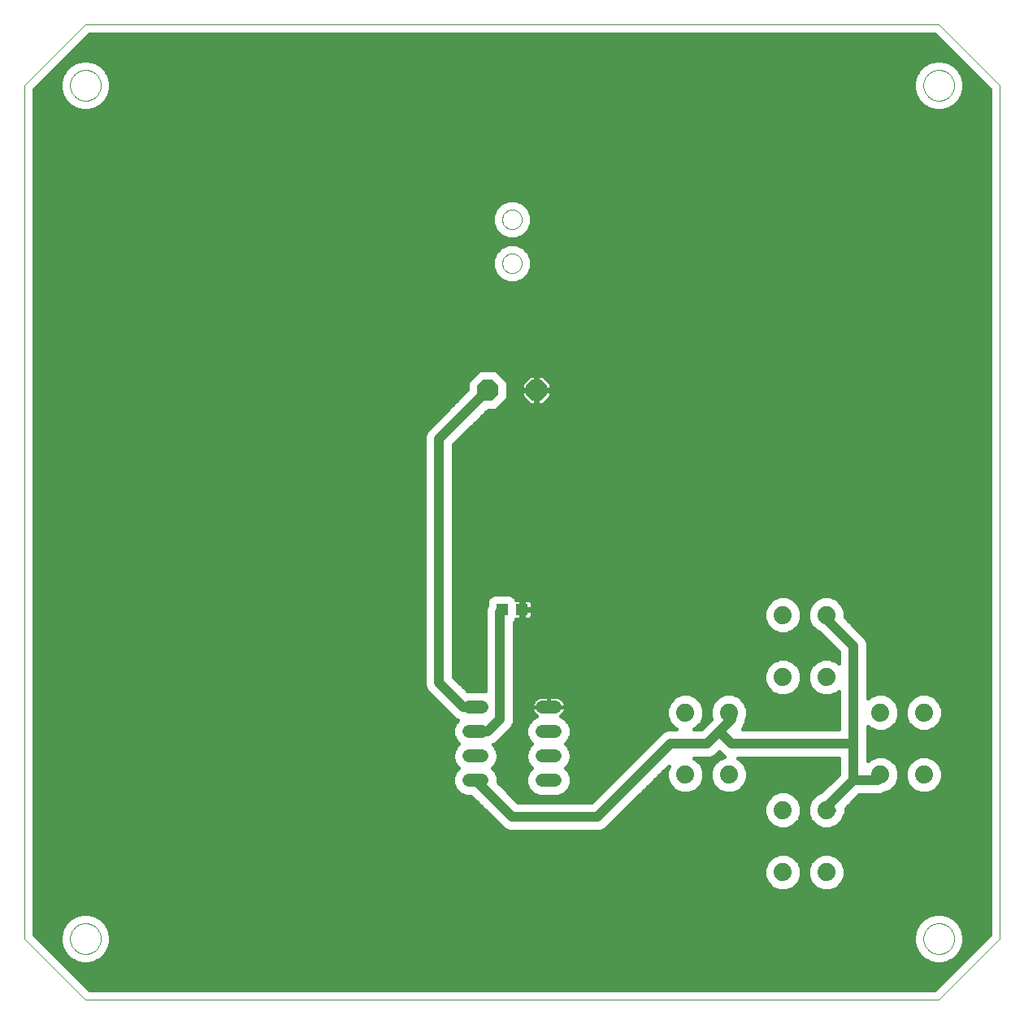
<source format=gtl>
G75*
%MOIN*%
%OFA0B0*%
%FSLAX24Y24*%
%IPPOS*%
%LPD*%
%AMOC8*
5,1,8,0,0,1.08239X$1,22.5*
%
%ADD10C,0.0000*%
%ADD11C,0.0740*%
%ADD12C,0.0520*%
%ADD13R,0.0472X0.0472*%
%ADD14OC8,0.0850*%
%ADD15C,0.0160*%
%ADD16C,0.0240*%
%ADD17C,0.0400*%
D10*
X002680Y003220D02*
X005180Y000720D01*
X040180Y000720D01*
X042680Y003220D01*
X042680Y038220D01*
X040180Y040716D01*
X005180Y040716D01*
X002680Y038220D01*
X002680Y003220D01*
X004550Y003220D02*
X004552Y003270D01*
X004558Y003320D01*
X004568Y003369D01*
X004582Y003417D01*
X004599Y003464D01*
X004620Y003509D01*
X004645Y003553D01*
X004673Y003594D01*
X004705Y003633D01*
X004739Y003670D01*
X004776Y003704D01*
X004816Y003734D01*
X004858Y003761D01*
X004902Y003785D01*
X004948Y003806D01*
X004995Y003822D01*
X005043Y003835D01*
X005093Y003844D01*
X005142Y003849D01*
X005193Y003850D01*
X005243Y003847D01*
X005292Y003840D01*
X005341Y003829D01*
X005389Y003814D01*
X005435Y003796D01*
X005480Y003774D01*
X005523Y003748D01*
X005564Y003719D01*
X005603Y003687D01*
X005639Y003652D01*
X005671Y003614D01*
X005701Y003574D01*
X005728Y003531D01*
X005751Y003487D01*
X005770Y003441D01*
X005786Y003393D01*
X005798Y003344D01*
X005806Y003295D01*
X005810Y003245D01*
X005810Y003195D01*
X005806Y003145D01*
X005798Y003096D01*
X005786Y003047D01*
X005770Y002999D01*
X005751Y002953D01*
X005728Y002909D01*
X005701Y002866D01*
X005671Y002826D01*
X005639Y002788D01*
X005603Y002753D01*
X005564Y002721D01*
X005523Y002692D01*
X005480Y002666D01*
X005435Y002644D01*
X005389Y002626D01*
X005341Y002611D01*
X005292Y002600D01*
X005243Y002593D01*
X005193Y002590D01*
X005142Y002591D01*
X005093Y002596D01*
X005043Y002605D01*
X004995Y002618D01*
X004948Y002634D01*
X004902Y002655D01*
X004858Y002679D01*
X004816Y002706D01*
X004776Y002736D01*
X004739Y002770D01*
X004705Y002807D01*
X004673Y002846D01*
X004645Y002887D01*
X004620Y002931D01*
X004599Y002976D01*
X004582Y003023D01*
X004568Y003071D01*
X004558Y003120D01*
X004552Y003170D01*
X004550Y003220D01*
X022280Y030920D02*
X022282Y030960D01*
X022288Y030999D01*
X022298Y031038D01*
X022311Y031075D01*
X022329Y031111D01*
X022350Y031145D01*
X022374Y031177D01*
X022401Y031206D01*
X022431Y031233D01*
X022463Y031256D01*
X022498Y031276D01*
X022534Y031292D01*
X022572Y031305D01*
X022611Y031314D01*
X022650Y031319D01*
X022690Y031320D01*
X022730Y031317D01*
X022769Y031310D01*
X022807Y031299D01*
X022845Y031285D01*
X022880Y031266D01*
X022913Y031245D01*
X022945Y031220D01*
X022973Y031192D01*
X022999Y031162D01*
X023021Y031129D01*
X023040Y031094D01*
X023056Y031057D01*
X023068Y031019D01*
X023076Y030980D01*
X023080Y030940D01*
X023080Y030900D01*
X023076Y030860D01*
X023068Y030821D01*
X023056Y030783D01*
X023040Y030746D01*
X023021Y030711D01*
X022999Y030678D01*
X022973Y030648D01*
X022945Y030620D01*
X022913Y030595D01*
X022880Y030574D01*
X022845Y030555D01*
X022807Y030541D01*
X022769Y030530D01*
X022730Y030523D01*
X022690Y030520D01*
X022650Y030521D01*
X022611Y030526D01*
X022572Y030535D01*
X022534Y030548D01*
X022498Y030564D01*
X022463Y030584D01*
X022431Y030607D01*
X022401Y030634D01*
X022374Y030663D01*
X022350Y030695D01*
X022329Y030729D01*
X022311Y030765D01*
X022298Y030802D01*
X022288Y030841D01*
X022282Y030880D01*
X022280Y030920D01*
X022280Y032720D02*
X022282Y032760D01*
X022288Y032799D01*
X022298Y032838D01*
X022311Y032875D01*
X022329Y032911D01*
X022350Y032945D01*
X022374Y032977D01*
X022401Y033006D01*
X022431Y033033D01*
X022463Y033056D01*
X022498Y033076D01*
X022534Y033092D01*
X022572Y033105D01*
X022611Y033114D01*
X022650Y033119D01*
X022690Y033120D01*
X022730Y033117D01*
X022769Y033110D01*
X022807Y033099D01*
X022845Y033085D01*
X022880Y033066D01*
X022913Y033045D01*
X022945Y033020D01*
X022973Y032992D01*
X022999Y032962D01*
X023021Y032929D01*
X023040Y032894D01*
X023056Y032857D01*
X023068Y032819D01*
X023076Y032780D01*
X023080Y032740D01*
X023080Y032700D01*
X023076Y032660D01*
X023068Y032621D01*
X023056Y032583D01*
X023040Y032546D01*
X023021Y032511D01*
X022999Y032478D01*
X022973Y032448D01*
X022945Y032420D01*
X022913Y032395D01*
X022880Y032374D01*
X022845Y032355D01*
X022807Y032341D01*
X022769Y032330D01*
X022730Y032323D01*
X022690Y032320D01*
X022650Y032321D01*
X022611Y032326D01*
X022572Y032335D01*
X022534Y032348D01*
X022498Y032364D01*
X022463Y032384D01*
X022431Y032407D01*
X022401Y032434D01*
X022374Y032463D01*
X022350Y032495D01*
X022329Y032529D01*
X022311Y032565D01*
X022298Y032602D01*
X022288Y032641D01*
X022282Y032680D01*
X022280Y032720D01*
X004550Y038220D02*
X004552Y038270D01*
X004558Y038320D01*
X004568Y038369D01*
X004582Y038417D01*
X004599Y038464D01*
X004620Y038509D01*
X004645Y038553D01*
X004673Y038594D01*
X004705Y038633D01*
X004739Y038670D01*
X004776Y038704D01*
X004816Y038734D01*
X004858Y038761D01*
X004902Y038785D01*
X004948Y038806D01*
X004995Y038822D01*
X005043Y038835D01*
X005093Y038844D01*
X005142Y038849D01*
X005193Y038850D01*
X005243Y038847D01*
X005292Y038840D01*
X005341Y038829D01*
X005389Y038814D01*
X005435Y038796D01*
X005480Y038774D01*
X005523Y038748D01*
X005564Y038719D01*
X005603Y038687D01*
X005639Y038652D01*
X005671Y038614D01*
X005701Y038574D01*
X005728Y038531D01*
X005751Y038487D01*
X005770Y038441D01*
X005786Y038393D01*
X005798Y038344D01*
X005806Y038295D01*
X005810Y038245D01*
X005810Y038195D01*
X005806Y038145D01*
X005798Y038096D01*
X005786Y038047D01*
X005770Y037999D01*
X005751Y037953D01*
X005728Y037909D01*
X005701Y037866D01*
X005671Y037826D01*
X005639Y037788D01*
X005603Y037753D01*
X005564Y037721D01*
X005523Y037692D01*
X005480Y037666D01*
X005435Y037644D01*
X005389Y037626D01*
X005341Y037611D01*
X005292Y037600D01*
X005243Y037593D01*
X005193Y037590D01*
X005142Y037591D01*
X005093Y037596D01*
X005043Y037605D01*
X004995Y037618D01*
X004948Y037634D01*
X004902Y037655D01*
X004858Y037679D01*
X004816Y037706D01*
X004776Y037736D01*
X004739Y037770D01*
X004705Y037807D01*
X004673Y037846D01*
X004645Y037887D01*
X004620Y037931D01*
X004599Y037976D01*
X004582Y038023D01*
X004568Y038071D01*
X004558Y038120D01*
X004552Y038170D01*
X004550Y038220D01*
X039550Y038220D02*
X039552Y038270D01*
X039558Y038320D01*
X039568Y038369D01*
X039582Y038417D01*
X039599Y038464D01*
X039620Y038509D01*
X039645Y038553D01*
X039673Y038594D01*
X039705Y038633D01*
X039739Y038670D01*
X039776Y038704D01*
X039816Y038734D01*
X039858Y038761D01*
X039902Y038785D01*
X039948Y038806D01*
X039995Y038822D01*
X040043Y038835D01*
X040093Y038844D01*
X040142Y038849D01*
X040193Y038850D01*
X040243Y038847D01*
X040292Y038840D01*
X040341Y038829D01*
X040389Y038814D01*
X040435Y038796D01*
X040480Y038774D01*
X040523Y038748D01*
X040564Y038719D01*
X040603Y038687D01*
X040639Y038652D01*
X040671Y038614D01*
X040701Y038574D01*
X040728Y038531D01*
X040751Y038487D01*
X040770Y038441D01*
X040786Y038393D01*
X040798Y038344D01*
X040806Y038295D01*
X040810Y038245D01*
X040810Y038195D01*
X040806Y038145D01*
X040798Y038096D01*
X040786Y038047D01*
X040770Y037999D01*
X040751Y037953D01*
X040728Y037909D01*
X040701Y037866D01*
X040671Y037826D01*
X040639Y037788D01*
X040603Y037753D01*
X040564Y037721D01*
X040523Y037692D01*
X040480Y037666D01*
X040435Y037644D01*
X040389Y037626D01*
X040341Y037611D01*
X040292Y037600D01*
X040243Y037593D01*
X040193Y037590D01*
X040142Y037591D01*
X040093Y037596D01*
X040043Y037605D01*
X039995Y037618D01*
X039948Y037634D01*
X039902Y037655D01*
X039858Y037679D01*
X039816Y037706D01*
X039776Y037736D01*
X039739Y037770D01*
X039705Y037807D01*
X039673Y037846D01*
X039645Y037887D01*
X039620Y037931D01*
X039599Y037976D01*
X039582Y038023D01*
X039568Y038071D01*
X039558Y038120D01*
X039552Y038170D01*
X039550Y038220D01*
X039550Y003220D02*
X039552Y003270D01*
X039558Y003320D01*
X039568Y003369D01*
X039582Y003417D01*
X039599Y003464D01*
X039620Y003509D01*
X039645Y003553D01*
X039673Y003594D01*
X039705Y003633D01*
X039739Y003670D01*
X039776Y003704D01*
X039816Y003734D01*
X039858Y003761D01*
X039902Y003785D01*
X039948Y003806D01*
X039995Y003822D01*
X040043Y003835D01*
X040093Y003844D01*
X040142Y003849D01*
X040193Y003850D01*
X040243Y003847D01*
X040292Y003840D01*
X040341Y003829D01*
X040389Y003814D01*
X040435Y003796D01*
X040480Y003774D01*
X040523Y003748D01*
X040564Y003719D01*
X040603Y003687D01*
X040639Y003652D01*
X040671Y003614D01*
X040701Y003574D01*
X040728Y003531D01*
X040751Y003487D01*
X040770Y003441D01*
X040786Y003393D01*
X040798Y003344D01*
X040806Y003295D01*
X040810Y003245D01*
X040810Y003195D01*
X040806Y003145D01*
X040798Y003096D01*
X040786Y003047D01*
X040770Y002999D01*
X040751Y002953D01*
X040728Y002909D01*
X040701Y002866D01*
X040671Y002826D01*
X040639Y002788D01*
X040603Y002753D01*
X040564Y002721D01*
X040523Y002692D01*
X040480Y002666D01*
X040435Y002644D01*
X040389Y002626D01*
X040341Y002611D01*
X040292Y002600D01*
X040243Y002593D01*
X040193Y002590D01*
X040142Y002591D01*
X040093Y002596D01*
X040043Y002605D01*
X039995Y002618D01*
X039948Y002634D01*
X039902Y002655D01*
X039858Y002679D01*
X039816Y002706D01*
X039776Y002736D01*
X039739Y002770D01*
X039705Y002807D01*
X039673Y002846D01*
X039645Y002887D01*
X039620Y002931D01*
X039599Y002976D01*
X039582Y003023D01*
X039568Y003071D01*
X039558Y003120D01*
X039552Y003170D01*
X039550Y003220D01*
D11*
X035570Y005940D03*
X033790Y005940D03*
X033790Y008500D03*
X035570Y008500D03*
X037790Y009940D03*
X039570Y009940D03*
X039570Y012500D03*
X037790Y012500D03*
X035570Y013940D03*
X033790Y013940D03*
X031570Y012500D03*
X029790Y012500D03*
X029790Y009940D03*
X031570Y009940D03*
X033790Y016500D03*
X035570Y016500D03*
D12*
X024440Y012720D02*
X023920Y012720D01*
X023920Y011720D02*
X024440Y011720D01*
X024440Y010720D02*
X023920Y010720D01*
X023920Y009720D02*
X024440Y009720D01*
X021440Y009720D02*
X020920Y009720D01*
X020920Y010720D02*
X021440Y010720D01*
X021440Y011720D02*
X020920Y011720D01*
X020920Y012720D02*
X021440Y012720D01*
D13*
X022267Y016720D03*
X023093Y016720D03*
D14*
X023680Y025720D03*
X021680Y025720D03*
D15*
X022328Y026239D02*
X023343Y026239D01*
X023429Y026325D02*
X023075Y025971D01*
X023075Y025740D01*
X023660Y025740D01*
X023660Y026325D01*
X023429Y026325D01*
X023660Y026239D02*
X023700Y026239D01*
X023700Y026325D02*
X023931Y026325D01*
X024285Y025971D01*
X024285Y025740D01*
X023700Y025740D01*
X023700Y025700D01*
X024285Y025700D01*
X024285Y025469D01*
X023931Y025115D01*
X023700Y025115D01*
X023700Y025700D01*
X023660Y025700D01*
X023660Y025115D01*
X023429Y025115D01*
X023075Y025469D01*
X023075Y025700D01*
X023660Y025700D01*
X023660Y025740D01*
X023700Y025740D01*
X023700Y026325D01*
X023700Y026080D02*
X023660Y026080D01*
X023660Y025922D02*
X023700Y025922D01*
X023700Y025763D02*
X023660Y025763D01*
X023660Y025605D02*
X023700Y025605D01*
X023700Y025446D02*
X023660Y025446D01*
X023660Y025288D02*
X023700Y025288D01*
X023700Y025129D02*
X023660Y025129D01*
X023415Y025129D02*
X022256Y025129D01*
X022414Y025288D02*
X023257Y025288D01*
X023098Y025446D02*
X022505Y025446D01*
X022505Y025378D02*
X022505Y026062D01*
X022022Y026545D01*
X021338Y026545D01*
X020855Y026062D01*
X020855Y025744D01*
X019171Y024060D01*
X019080Y023839D01*
X019080Y013601D01*
X019171Y013380D01*
X019340Y013211D01*
X020171Y012380D01*
X020340Y012211D01*
X020438Y012171D01*
X020360Y012094D01*
X020260Y011851D01*
X020260Y011589D01*
X020360Y011346D01*
X020487Y011220D01*
X020360Y011094D01*
X020260Y010851D01*
X020260Y010589D01*
X020360Y010346D01*
X020487Y010220D01*
X020360Y010094D01*
X020260Y009851D01*
X020260Y009589D01*
X020360Y009346D01*
X020546Y009160D01*
X020789Y009060D01*
X020991Y009060D01*
X022171Y007880D01*
X022340Y007711D01*
X022561Y007620D01*
X026299Y007620D01*
X026520Y007711D01*
X029104Y010295D01*
X029020Y010093D01*
X029020Y009787D01*
X029137Y009504D01*
X029354Y009287D01*
X029637Y009170D01*
X029943Y009170D01*
X030226Y009287D01*
X030443Y009504D01*
X030560Y009787D01*
X030560Y010093D01*
X030443Y010376D01*
X030226Y010593D01*
X030160Y010620D01*
X030799Y010620D01*
X031020Y010711D01*
X031180Y010871D01*
X031340Y010711D01*
X031380Y010695D01*
X031134Y010593D01*
X030917Y010376D01*
X030800Y010093D01*
X030800Y009787D01*
X030917Y009504D01*
X031134Y009287D01*
X031417Y009170D01*
X031723Y009170D01*
X032006Y009287D01*
X032223Y009504D01*
X032340Y009787D01*
X032340Y010093D01*
X032223Y010376D01*
X032006Y010593D01*
X031940Y010620D01*
X036080Y010620D01*
X036080Y009969D01*
X035356Y009245D01*
X035134Y009153D01*
X034917Y008936D01*
X034800Y008653D01*
X034800Y008347D01*
X034917Y008064D01*
X035134Y007847D01*
X035417Y007730D01*
X035723Y007730D01*
X036006Y007847D01*
X036223Y008064D01*
X036275Y008189D01*
X036291Y008205D01*
X036370Y008397D01*
X036370Y008561D01*
X036929Y009120D01*
X037659Y009120D01*
X037757Y009113D01*
X037777Y009120D01*
X037799Y009120D01*
X037890Y009158D01*
X037927Y009170D01*
X037943Y009170D01*
X038226Y009287D01*
X038443Y009504D01*
X038560Y009787D01*
X038560Y010093D01*
X038443Y010376D01*
X038226Y010593D01*
X037943Y010710D01*
X037637Y010710D01*
X037354Y010593D01*
X037280Y010519D01*
X037280Y011921D01*
X037354Y011847D01*
X037637Y011730D01*
X037943Y011730D01*
X038226Y011847D01*
X038443Y012064D01*
X038560Y012347D01*
X038560Y012653D01*
X038443Y012936D01*
X038226Y013153D01*
X037943Y013270D01*
X037637Y013270D01*
X037354Y013153D01*
X037280Y013079D01*
X037280Y015339D01*
X037189Y015560D01*
X037020Y015729D01*
X036340Y016409D01*
X036340Y016653D01*
X036223Y016936D01*
X036006Y017153D01*
X035723Y017270D01*
X035417Y017270D01*
X035134Y017153D01*
X034917Y016936D01*
X034800Y016653D01*
X034800Y016347D01*
X034917Y016064D01*
X035134Y015847D01*
X035254Y015797D01*
X035331Y015718D01*
X035336Y015715D01*
X036080Y014971D01*
X036080Y014519D01*
X036006Y014593D01*
X035723Y014710D01*
X035417Y014710D01*
X035134Y014593D01*
X034917Y014376D01*
X034800Y014093D01*
X034800Y013787D01*
X034917Y013504D01*
X035134Y013287D01*
X035417Y013170D01*
X035723Y013170D01*
X036006Y013287D01*
X036080Y013361D01*
X036080Y011820D01*
X032130Y011820D01*
X032182Y011871D01*
X032185Y011876D01*
X032189Y011880D01*
X032232Y011985D01*
X032278Y012090D01*
X032278Y012095D01*
X032280Y012101D01*
X032280Y012202D01*
X032340Y012347D01*
X032340Y012653D01*
X032223Y012936D01*
X032006Y013153D01*
X031723Y013270D01*
X031417Y013270D01*
X031134Y013153D01*
X030917Y012936D01*
X030800Y012653D01*
X030800Y012347D01*
X030846Y012235D01*
X030840Y012229D01*
X030671Y012060D01*
X030671Y012060D01*
X030431Y011820D01*
X030160Y011820D01*
X030226Y011847D01*
X030443Y012064D01*
X030560Y012347D01*
X030560Y012653D01*
X030443Y012936D01*
X030226Y013153D01*
X029943Y013270D01*
X029637Y013270D01*
X029354Y013153D01*
X029137Y012936D01*
X029020Y012653D01*
X029020Y012347D01*
X029137Y012064D01*
X029354Y011847D01*
X029420Y011820D01*
X029061Y011820D01*
X028840Y011729D01*
X028671Y011560D01*
X025931Y008820D01*
X022929Y008820D01*
X022100Y009649D01*
X022100Y009851D01*
X022000Y010094D01*
X021873Y010220D01*
X022000Y010346D01*
X022100Y010589D01*
X022100Y010851D01*
X022000Y011094D01*
X021922Y011171D01*
X022020Y011211D01*
X022520Y011711D01*
X022689Y011880D01*
X022780Y012101D01*
X022780Y016195D01*
X022842Y016257D01*
X022861Y016304D01*
X023055Y016304D01*
X023055Y016682D01*
X023131Y016682D01*
X023131Y016304D01*
X023353Y016304D01*
X023399Y016316D01*
X023440Y016340D01*
X023474Y016373D01*
X023497Y016414D01*
X023510Y016460D01*
X023510Y016682D01*
X023132Y016682D01*
X023132Y016758D01*
X023510Y016758D01*
X023510Y016980D01*
X023497Y017026D01*
X023474Y017067D01*
X023440Y017100D01*
X023399Y017124D01*
X023353Y017136D01*
X023131Y017136D01*
X023131Y016758D01*
X023055Y016758D01*
X023055Y017136D01*
X022861Y017136D01*
X022842Y017183D01*
X022729Y017295D01*
X022582Y017356D01*
X021951Y017356D01*
X021804Y017295D01*
X021691Y017183D01*
X021630Y017036D01*
X021630Y016874D01*
X021580Y016753D01*
X021580Y013376D01*
X021571Y013380D01*
X020869Y013380D01*
X020280Y013969D01*
X020280Y023471D01*
X021704Y024895D01*
X022022Y024895D01*
X022505Y025378D01*
X022505Y025605D02*
X023075Y025605D01*
X023075Y025763D02*
X022505Y025763D01*
X022505Y025922D02*
X023075Y025922D01*
X023184Y026080D02*
X022487Y026080D01*
X022170Y026397D02*
X042280Y026397D01*
X042280Y026239D02*
X024017Y026239D01*
X024176Y026080D02*
X042280Y026080D01*
X042280Y025922D02*
X024285Y025922D01*
X024285Y025763D02*
X042280Y025763D01*
X042280Y025605D02*
X024285Y025605D01*
X024262Y025446D02*
X042280Y025446D01*
X042280Y025288D02*
X024103Y025288D01*
X023945Y025129D02*
X042280Y025129D01*
X042280Y024971D02*
X022097Y024971D01*
X021621Y024812D02*
X042280Y024812D01*
X042280Y024654D02*
X021462Y024654D01*
X021304Y024495D02*
X042280Y024495D01*
X042280Y024337D02*
X021145Y024337D01*
X020987Y024178D02*
X042280Y024178D01*
X042280Y024020D02*
X020828Y024020D01*
X020670Y023861D02*
X042280Y023861D01*
X042280Y023703D02*
X020511Y023703D01*
X020353Y023544D02*
X042280Y023544D01*
X042280Y023386D02*
X020280Y023386D01*
X020280Y023227D02*
X042280Y023227D01*
X042280Y023069D02*
X020280Y023069D01*
X020280Y022910D02*
X042280Y022910D01*
X042280Y022752D02*
X020280Y022752D01*
X020280Y022593D02*
X042280Y022593D01*
X042280Y022435D02*
X020280Y022435D01*
X020280Y022276D02*
X042280Y022276D01*
X042280Y022118D02*
X020280Y022118D01*
X020280Y021959D02*
X042280Y021959D01*
X042280Y021801D02*
X020280Y021801D01*
X020280Y021642D02*
X042280Y021642D01*
X042280Y021484D02*
X020280Y021484D01*
X020280Y021325D02*
X042280Y021325D01*
X042280Y021167D02*
X020280Y021167D01*
X020280Y021008D02*
X042280Y021008D01*
X042280Y020850D02*
X020280Y020850D01*
X020280Y020691D02*
X042280Y020691D01*
X042280Y020533D02*
X020280Y020533D01*
X020280Y020374D02*
X042280Y020374D01*
X042280Y020216D02*
X020280Y020216D01*
X020280Y020057D02*
X042280Y020057D01*
X042280Y019899D02*
X020280Y019899D01*
X020280Y019740D02*
X042280Y019740D01*
X042280Y019582D02*
X020280Y019582D01*
X020280Y019423D02*
X042280Y019423D01*
X042280Y019265D02*
X020280Y019265D01*
X020280Y019106D02*
X042280Y019106D01*
X042280Y018948D02*
X020280Y018948D01*
X020280Y018789D02*
X042280Y018789D01*
X042280Y018631D02*
X020280Y018631D01*
X020280Y018472D02*
X042280Y018472D01*
X042280Y018314D02*
X020280Y018314D01*
X020280Y018155D02*
X042280Y018155D01*
X042280Y017997D02*
X020280Y017997D01*
X020280Y017838D02*
X042280Y017838D01*
X042280Y017680D02*
X020280Y017680D01*
X020280Y017521D02*
X042280Y017521D01*
X042280Y017363D02*
X020280Y017363D01*
X020280Y017204D02*
X021713Y017204D01*
X021634Y017046D02*
X020280Y017046D01*
X020280Y016887D02*
X021630Y016887D01*
X021580Y016729D02*
X020280Y016729D01*
X020280Y016570D02*
X021580Y016570D01*
X021580Y016412D02*
X020280Y016412D01*
X020280Y016253D02*
X021580Y016253D01*
X021580Y016095D02*
X020280Y016095D01*
X020280Y015936D02*
X021580Y015936D01*
X021580Y015778D02*
X020280Y015778D01*
X020280Y015619D02*
X021580Y015619D01*
X021580Y015461D02*
X020280Y015461D01*
X020280Y015302D02*
X021580Y015302D01*
X021580Y015144D02*
X020280Y015144D01*
X020280Y014985D02*
X021580Y014985D01*
X021580Y014827D02*
X020280Y014827D01*
X020280Y014668D02*
X021580Y014668D01*
X021580Y014510D02*
X020280Y014510D01*
X020280Y014351D02*
X021580Y014351D01*
X021580Y014193D02*
X020280Y014193D01*
X020280Y014034D02*
X021580Y014034D01*
X021580Y013876D02*
X020373Y013876D01*
X020532Y013717D02*
X021580Y013717D01*
X021580Y013559D02*
X020690Y013559D01*
X020849Y013400D02*
X021580Y013400D01*
X022780Y013400D02*
X033241Y013400D01*
X033137Y013504D02*
X033354Y013287D01*
X033637Y013170D01*
X033943Y013170D01*
X034226Y013287D01*
X034443Y013504D01*
X034560Y013787D01*
X034560Y014093D01*
X034443Y014376D01*
X034226Y014593D01*
X033943Y014710D01*
X033637Y014710D01*
X033354Y014593D01*
X033137Y014376D01*
X033020Y014093D01*
X033020Y013787D01*
X033137Y013504D01*
X033115Y013559D02*
X022780Y013559D01*
X022780Y013717D02*
X033049Y013717D01*
X033020Y013876D02*
X022780Y013876D01*
X022780Y014034D02*
X033020Y014034D01*
X033061Y014193D02*
X022780Y014193D01*
X022780Y014351D02*
X033127Y014351D01*
X033271Y014510D02*
X022780Y014510D01*
X022780Y014668D02*
X033535Y014668D01*
X034045Y014668D02*
X035315Y014668D01*
X035051Y014510D02*
X034309Y014510D01*
X034453Y014351D02*
X034907Y014351D01*
X034841Y014193D02*
X034519Y014193D01*
X034560Y014034D02*
X034800Y014034D01*
X034800Y013876D02*
X034560Y013876D01*
X034531Y013717D02*
X034829Y013717D01*
X034895Y013559D02*
X034465Y013559D01*
X034339Y013400D02*
X035021Y013400D01*
X035244Y013242D02*
X034116Y013242D01*
X033464Y013242D02*
X031792Y013242D01*
X032076Y013083D02*
X036080Y013083D01*
X036080Y012925D02*
X032228Y012925D01*
X032293Y012766D02*
X036080Y012766D01*
X036080Y012608D02*
X032340Y012608D01*
X032340Y012449D02*
X036080Y012449D01*
X036080Y012291D02*
X032317Y012291D01*
X032280Y012132D02*
X036080Y012132D01*
X036080Y011974D02*
X032227Y011974D01*
X030840Y012229D02*
X030840Y012229D01*
X030823Y012291D02*
X030537Y012291D01*
X030560Y012449D02*
X030800Y012449D01*
X030800Y012608D02*
X030560Y012608D01*
X030513Y012766D02*
X030847Y012766D01*
X030912Y012925D02*
X030448Y012925D01*
X030296Y013083D02*
X031064Y013083D01*
X031348Y013242D02*
X030012Y013242D01*
X029568Y013242D02*
X022780Y013242D01*
X022780Y013083D02*
X023671Y013083D01*
X023689Y013096D02*
X023633Y013056D01*
X023584Y013007D01*
X023544Y012951D01*
X023512Y012889D01*
X023491Y012823D01*
X023480Y012755D01*
X023480Y012720D01*
X024180Y012720D01*
X024180Y012720D01*
X024180Y013160D01*
X024475Y013160D01*
X024543Y013149D01*
X024609Y013128D01*
X024671Y013096D01*
X024727Y013056D01*
X024776Y013007D01*
X024816Y012951D01*
X024848Y012889D01*
X024869Y012823D01*
X024880Y012755D01*
X024880Y012720D01*
X024180Y012720D01*
X024180Y012720D01*
X024180Y013160D01*
X023885Y013160D01*
X023817Y013149D01*
X023751Y013128D01*
X023689Y013096D01*
X023530Y012925D02*
X022780Y012925D01*
X022780Y012766D02*
X023482Y012766D01*
X023480Y012720D02*
X023480Y012685D01*
X023491Y012617D01*
X023512Y012551D01*
X023544Y012489D01*
X023584Y012433D01*
X023633Y012384D01*
X023689Y012344D01*
X023695Y012341D01*
X023546Y012280D01*
X023360Y012094D01*
X023260Y011851D01*
X023260Y011589D01*
X023360Y011346D01*
X023487Y011220D01*
X023360Y011094D01*
X023260Y010851D01*
X023260Y010589D01*
X023360Y010346D01*
X023487Y010220D01*
X023360Y010094D01*
X023260Y009851D01*
X023260Y009589D01*
X023360Y009346D01*
X023546Y009160D01*
X023789Y009060D01*
X024571Y009060D01*
X024814Y009160D01*
X025000Y009346D01*
X025100Y009589D01*
X025100Y009851D01*
X025000Y010094D01*
X024873Y010220D01*
X025000Y010346D01*
X025100Y010589D01*
X025100Y010851D01*
X025000Y011094D01*
X024873Y011220D01*
X025000Y011346D01*
X025100Y011589D01*
X025100Y011851D01*
X025000Y012094D01*
X024814Y012280D01*
X024665Y012341D01*
X024671Y012344D01*
X024727Y012384D01*
X024776Y012433D01*
X024816Y012489D01*
X024848Y012551D01*
X024869Y012617D01*
X024880Y012685D01*
X024880Y012720D01*
X024180Y012720D01*
X024180Y012720D01*
X023480Y012720D01*
X023494Y012608D02*
X022780Y012608D01*
X022780Y012449D02*
X023573Y012449D01*
X023573Y012291D02*
X022780Y012291D01*
X022780Y012132D02*
X023399Y012132D01*
X023311Y011974D02*
X022727Y011974D01*
X022624Y011815D02*
X023260Y011815D01*
X023260Y011657D02*
X022465Y011657D01*
X022307Y011498D02*
X023298Y011498D01*
X023367Y011340D02*
X022148Y011340D01*
X021947Y011181D02*
X023448Y011181D01*
X023331Y011023D02*
X022029Y011023D01*
X022095Y010864D02*
X023265Y010864D01*
X023260Y010706D02*
X022100Y010706D01*
X022083Y010547D02*
X023277Y010547D01*
X023343Y010389D02*
X022017Y010389D01*
X021883Y010230D02*
X023477Y010230D01*
X023351Y010072D02*
X022009Y010072D01*
X022074Y009913D02*
X023286Y009913D01*
X023260Y009755D02*
X022100Y009755D01*
X022153Y009596D02*
X023260Y009596D01*
X023323Y009438D02*
X022311Y009438D01*
X022470Y009279D02*
X023428Y009279D01*
X023643Y009121D02*
X022628Y009121D01*
X022787Y008962D02*
X026073Y008962D01*
X026232Y009121D02*
X024717Y009121D01*
X024932Y009279D02*
X026390Y009279D01*
X026549Y009438D02*
X025037Y009438D01*
X025100Y009596D02*
X026707Y009596D01*
X026866Y009755D02*
X025100Y009755D01*
X025074Y009913D02*
X027024Y009913D01*
X027183Y010072D02*
X025009Y010072D01*
X024883Y010230D02*
X027341Y010230D01*
X027500Y010389D02*
X025017Y010389D01*
X025083Y010547D02*
X027658Y010547D01*
X027817Y010706D02*
X025100Y010706D01*
X025095Y010864D02*
X027975Y010864D01*
X028134Y011023D02*
X025029Y011023D01*
X024912Y011181D02*
X028292Y011181D01*
X028451Y011340D02*
X024993Y011340D01*
X025062Y011498D02*
X028609Y011498D01*
X028768Y011657D02*
X025100Y011657D01*
X025100Y011815D02*
X029049Y011815D01*
X029228Y011974D02*
X025049Y011974D01*
X024961Y012132D02*
X029109Y012132D01*
X029043Y012291D02*
X024787Y012291D01*
X024787Y012449D02*
X029020Y012449D01*
X029020Y012608D02*
X024866Y012608D01*
X024878Y012766D02*
X029067Y012766D01*
X029132Y012925D02*
X024830Y012925D01*
X024689Y013083D02*
X029284Y013083D01*
X030471Y012132D02*
X030743Y012132D01*
X030585Y011974D02*
X030352Y011974D01*
X031173Y010864D02*
X031187Y010864D01*
X031354Y010706D02*
X031006Y010706D01*
X031088Y010547D02*
X030272Y010547D01*
X030430Y010389D02*
X030930Y010389D01*
X030857Y010230D02*
X030503Y010230D01*
X030560Y010072D02*
X030800Y010072D01*
X030800Y009913D02*
X030560Y009913D01*
X030547Y009755D02*
X030813Y009755D01*
X030879Y009596D02*
X030481Y009596D01*
X030376Y009438D02*
X030984Y009438D01*
X031154Y009279D02*
X030206Y009279D01*
X029374Y009279D02*
X028088Y009279D01*
X028246Y009438D02*
X029204Y009438D01*
X029099Y009596D02*
X028405Y009596D01*
X028563Y009755D02*
X029033Y009755D01*
X029020Y009913D02*
X028722Y009913D01*
X028880Y010072D02*
X029020Y010072D01*
X029039Y010230D02*
X029077Y010230D01*
X027929Y009121D02*
X033322Y009121D01*
X033354Y009153D02*
X033137Y008936D01*
X033020Y008653D01*
X033020Y008347D01*
X033137Y008064D01*
X033354Y007847D01*
X033637Y007730D01*
X033943Y007730D01*
X034226Y007847D01*
X034443Y008064D01*
X034560Y008347D01*
X034560Y008653D01*
X034443Y008936D01*
X034226Y009153D01*
X033943Y009270D01*
X033637Y009270D01*
X033354Y009153D01*
X033163Y008962D02*
X027771Y008962D01*
X027612Y008804D02*
X033082Y008804D01*
X033020Y008645D02*
X027454Y008645D01*
X027295Y008487D02*
X033020Y008487D01*
X033028Y008328D02*
X027137Y008328D01*
X026978Y008170D02*
X033093Y008170D01*
X033190Y008011D02*
X026820Y008011D01*
X026661Y007853D02*
X033349Y007853D01*
X034231Y007853D02*
X035129Y007853D01*
X034970Y008011D02*
X034390Y008011D01*
X034487Y008170D02*
X034873Y008170D01*
X034808Y008328D02*
X034552Y008328D01*
X034560Y008487D02*
X034800Y008487D01*
X034800Y008645D02*
X034560Y008645D01*
X034498Y008804D02*
X034862Y008804D01*
X034943Y008962D02*
X034417Y008962D01*
X034258Y009121D02*
X035102Y009121D01*
X035390Y009279D02*
X031986Y009279D01*
X032156Y009438D02*
X035549Y009438D01*
X035707Y009596D02*
X032261Y009596D01*
X032327Y009755D02*
X035866Y009755D01*
X036024Y009913D02*
X032340Y009913D01*
X032340Y010072D02*
X036080Y010072D01*
X036080Y010230D02*
X032283Y010230D01*
X032210Y010389D02*
X036080Y010389D01*
X036080Y010547D02*
X032052Y010547D01*
X033637Y006710D02*
X033354Y006593D01*
X033137Y006376D01*
X033020Y006093D01*
X033020Y005787D01*
X033137Y005504D01*
X033354Y005287D01*
X033637Y005170D01*
X033943Y005170D01*
X034226Y005287D01*
X034443Y005504D01*
X034560Y005787D01*
X034560Y006093D01*
X034443Y006376D01*
X034226Y006593D01*
X033943Y006710D01*
X033637Y006710D01*
X033346Y006585D02*
X003080Y006585D01*
X003080Y006743D02*
X042280Y006743D01*
X042280Y006585D02*
X036014Y006585D01*
X036006Y006593D02*
X035723Y006710D01*
X035417Y006710D01*
X035134Y006593D01*
X034917Y006376D01*
X034800Y006093D01*
X034800Y005787D01*
X034917Y005504D01*
X035134Y005287D01*
X035417Y005170D01*
X035723Y005170D01*
X036006Y005287D01*
X036223Y005504D01*
X036340Y005787D01*
X036340Y006093D01*
X036223Y006376D01*
X036006Y006593D01*
X036173Y006426D02*
X042280Y006426D01*
X042280Y006268D02*
X036268Y006268D01*
X036333Y006109D02*
X042280Y006109D01*
X042280Y005951D02*
X036340Y005951D01*
X036340Y005792D02*
X042280Y005792D01*
X042280Y005634D02*
X036276Y005634D01*
X036194Y005475D02*
X042280Y005475D01*
X042280Y005317D02*
X036035Y005317D01*
X035105Y005317D02*
X034255Y005317D01*
X034414Y005475D02*
X034946Y005475D01*
X034864Y005634D02*
X034496Y005634D01*
X034560Y005792D02*
X034800Y005792D01*
X034800Y005951D02*
X034560Y005951D01*
X034553Y006109D02*
X034807Y006109D01*
X034872Y006268D02*
X034488Y006268D01*
X034393Y006426D02*
X034967Y006426D01*
X035126Y006585D02*
X034234Y006585D01*
X033187Y006426D02*
X003080Y006426D01*
X003080Y006268D02*
X033092Y006268D01*
X033027Y006109D02*
X003080Y006109D01*
X003080Y005951D02*
X033020Y005951D01*
X033020Y005792D02*
X003080Y005792D01*
X003080Y005634D02*
X033084Y005634D01*
X033166Y005475D02*
X003080Y005475D01*
X003080Y005317D02*
X033325Y005317D01*
X036011Y007853D02*
X042280Y007853D01*
X042280Y008011D02*
X036170Y008011D01*
X036267Y008170D02*
X042280Y008170D01*
X042280Y008328D02*
X036342Y008328D01*
X036370Y008487D02*
X042280Y008487D01*
X042280Y008645D02*
X036454Y008645D01*
X036612Y008804D02*
X042280Y008804D01*
X042280Y008962D02*
X036771Y008962D01*
X037801Y009121D02*
X042280Y009121D01*
X042280Y009279D02*
X039986Y009279D01*
X040006Y009287D02*
X040223Y009504D01*
X040340Y009787D01*
X040340Y010093D01*
X040223Y010376D01*
X040006Y010593D01*
X039723Y010710D01*
X039417Y010710D01*
X039134Y010593D01*
X038917Y010376D01*
X038800Y010093D01*
X038800Y009787D01*
X038917Y009504D01*
X039134Y009287D01*
X039417Y009170D01*
X039723Y009170D01*
X040006Y009287D01*
X040156Y009438D02*
X042280Y009438D01*
X042280Y009596D02*
X040261Y009596D01*
X040327Y009755D02*
X042280Y009755D01*
X042280Y009913D02*
X040340Y009913D01*
X040340Y010072D02*
X042280Y010072D01*
X042280Y010230D02*
X040283Y010230D01*
X040210Y010389D02*
X042280Y010389D01*
X042280Y010547D02*
X040052Y010547D01*
X039734Y010706D02*
X042280Y010706D01*
X042280Y010864D02*
X037280Y010864D01*
X037280Y010706D02*
X037626Y010706D01*
X037954Y010706D02*
X039406Y010706D01*
X039088Y010547D02*
X038272Y010547D01*
X038430Y010389D02*
X038930Y010389D01*
X038857Y010230D02*
X038503Y010230D01*
X038560Y010072D02*
X038800Y010072D01*
X038800Y009913D02*
X038560Y009913D01*
X038547Y009755D02*
X038813Y009755D01*
X038879Y009596D02*
X038481Y009596D01*
X038376Y009438D02*
X038984Y009438D01*
X039154Y009279D02*
X038206Y009279D01*
X037308Y010547D02*
X037280Y010547D01*
X037280Y011023D02*
X042280Y011023D01*
X042280Y011181D02*
X037280Y011181D01*
X037280Y011340D02*
X042280Y011340D01*
X042280Y011498D02*
X037280Y011498D01*
X037280Y011657D02*
X042280Y011657D01*
X042280Y011815D02*
X039928Y011815D01*
X040006Y011847D02*
X039723Y011730D01*
X039417Y011730D01*
X039134Y011847D01*
X038917Y012064D01*
X038800Y012347D01*
X038800Y012653D01*
X038917Y012936D01*
X039134Y013153D01*
X039417Y013270D01*
X039723Y013270D01*
X040006Y013153D01*
X040223Y012936D01*
X040340Y012653D01*
X040340Y012347D01*
X040223Y012064D01*
X040006Y011847D01*
X040132Y011974D02*
X042280Y011974D01*
X042280Y012132D02*
X040251Y012132D01*
X040317Y012291D02*
X042280Y012291D01*
X042280Y012449D02*
X040340Y012449D01*
X040340Y012608D02*
X042280Y012608D01*
X042280Y012766D02*
X040293Y012766D01*
X040228Y012925D02*
X042280Y012925D01*
X042280Y013083D02*
X040076Y013083D01*
X039792Y013242D02*
X042280Y013242D01*
X042280Y013400D02*
X037280Y013400D01*
X037280Y013242D02*
X037568Y013242D01*
X037284Y013083D02*
X037280Y013083D01*
X037280Y013559D02*
X042280Y013559D01*
X042280Y013717D02*
X037280Y013717D01*
X037280Y013876D02*
X042280Y013876D01*
X042280Y014034D02*
X037280Y014034D01*
X037280Y014193D02*
X042280Y014193D01*
X042280Y014351D02*
X037280Y014351D01*
X037280Y014510D02*
X042280Y014510D01*
X042280Y014668D02*
X037280Y014668D01*
X037280Y014827D02*
X042280Y014827D01*
X042280Y014985D02*
X037280Y014985D01*
X037280Y015144D02*
X042280Y015144D01*
X042280Y015302D02*
X037280Y015302D01*
X037230Y015461D02*
X042280Y015461D01*
X042280Y015619D02*
X037130Y015619D01*
X036971Y015778D02*
X042280Y015778D01*
X042280Y015936D02*
X036813Y015936D01*
X036654Y016095D02*
X042280Y016095D01*
X042280Y016253D02*
X036496Y016253D01*
X036340Y016412D02*
X042280Y016412D01*
X042280Y016570D02*
X036340Y016570D01*
X036309Y016729D02*
X042280Y016729D01*
X042280Y016887D02*
X036243Y016887D01*
X036113Y017046D02*
X042280Y017046D01*
X042280Y017204D02*
X035882Y017204D01*
X035258Y017204D02*
X034102Y017204D01*
X034226Y017153D02*
X033943Y017270D01*
X033637Y017270D01*
X033354Y017153D01*
X033137Y016936D01*
X033020Y016653D01*
X033020Y016347D01*
X033137Y016064D01*
X033354Y015847D01*
X033637Y015730D01*
X033943Y015730D01*
X034226Y015847D01*
X034443Y016064D01*
X034560Y016347D01*
X034560Y016653D01*
X034443Y016936D01*
X034226Y017153D01*
X034333Y017046D02*
X035027Y017046D01*
X034897Y016887D02*
X034463Y016887D01*
X034529Y016729D02*
X034831Y016729D01*
X034800Y016570D02*
X034560Y016570D01*
X034560Y016412D02*
X034800Y016412D01*
X034839Y016253D02*
X034521Y016253D01*
X034455Y016095D02*
X034905Y016095D01*
X035045Y015936D02*
X034315Y015936D01*
X034058Y015778D02*
X035273Y015778D01*
X035432Y015619D02*
X022780Y015619D01*
X022780Y015461D02*
X035591Y015461D01*
X035749Y015302D02*
X022780Y015302D01*
X022780Y015144D02*
X035908Y015144D01*
X036066Y014985D02*
X022780Y014985D01*
X022780Y014827D02*
X036080Y014827D01*
X036080Y014668D02*
X035825Y014668D01*
X035896Y013242D02*
X036080Y013242D01*
X037280Y011815D02*
X037432Y011815D01*
X038148Y011815D02*
X039212Y011815D01*
X039008Y011974D02*
X038352Y011974D01*
X038471Y012132D02*
X038889Y012132D01*
X038823Y012291D02*
X038537Y012291D01*
X038560Y012449D02*
X038800Y012449D01*
X038800Y012608D02*
X038560Y012608D01*
X038513Y012766D02*
X038847Y012766D01*
X038912Y012925D02*
X038448Y012925D01*
X038296Y013083D02*
X039064Y013083D01*
X039348Y013242D02*
X038012Y013242D01*
X033522Y015778D02*
X022780Y015778D01*
X022780Y015936D02*
X033265Y015936D01*
X033125Y016095D02*
X022780Y016095D01*
X022838Y016253D02*
X033059Y016253D01*
X033020Y016412D02*
X023496Y016412D01*
X023510Y016570D02*
X033020Y016570D01*
X033051Y016729D02*
X023132Y016729D01*
X023131Y016887D02*
X023055Y016887D01*
X023055Y017046D02*
X023131Y017046D01*
X022821Y017204D02*
X033478Y017204D01*
X033247Y017046D02*
X023486Y017046D01*
X023510Y016887D02*
X033117Y016887D01*
X024180Y013083D02*
X024180Y013083D01*
X024180Y012925D02*
X024180Y012925D01*
X024180Y012766D02*
X024180Y012766D01*
X020399Y012132D02*
X003080Y012132D01*
X003080Y011974D02*
X020311Y011974D01*
X020260Y011815D02*
X003080Y011815D01*
X003080Y011657D02*
X020260Y011657D01*
X020298Y011498D02*
X003080Y011498D01*
X003080Y011340D02*
X020367Y011340D01*
X020448Y011181D02*
X003080Y011181D01*
X003080Y011023D02*
X020331Y011023D01*
X020265Y010864D02*
X003080Y010864D01*
X003080Y010706D02*
X020260Y010706D01*
X020277Y010547D02*
X003080Y010547D01*
X003080Y010389D02*
X020343Y010389D01*
X020477Y010230D02*
X003080Y010230D01*
X003080Y010072D02*
X020351Y010072D01*
X020286Y009913D02*
X003080Y009913D01*
X003080Y009755D02*
X020260Y009755D01*
X020260Y009596D02*
X003080Y009596D01*
X003080Y009438D02*
X020323Y009438D01*
X020428Y009279D02*
X003080Y009279D01*
X003080Y009121D02*
X020643Y009121D01*
X021089Y008962D02*
X003080Y008962D01*
X003080Y008804D02*
X021248Y008804D01*
X021406Y008645D02*
X003080Y008645D01*
X003080Y008487D02*
X021565Y008487D01*
X021723Y008328D02*
X003080Y008328D01*
X003080Y008170D02*
X021882Y008170D01*
X022040Y008011D02*
X003080Y008011D01*
X003080Y007853D02*
X022199Y007853D01*
X022382Y007694D02*
X003080Y007694D01*
X003080Y007536D02*
X042280Y007536D01*
X042280Y007694D02*
X026478Y007694D01*
X020261Y012291D02*
X003080Y012291D01*
X003080Y012449D02*
X020102Y012449D01*
X020171Y012380D02*
X020171Y012380D01*
X019944Y012608D02*
X003080Y012608D01*
X003080Y012766D02*
X019785Y012766D01*
X019627Y012925D02*
X003080Y012925D01*
X003080Y013083D02*
X019468Y013083D01*
X019340Y013211D02*
X019340Y013211D01*
X019310Y013242D02*
X003080Y013242D01*
X003080Y013400D02*
X019163Y013400D01*
X019097Y013559D02*
X003080Y013559D01*
X003080Y013717D02*
X019080Y013717D01*
X019080Y013876D02*
X003080Y013876D01*
X003080Y014034D02*
X019080Y014034D01*
X019080Y014193D02*
X003080Y014193D01*
X003080Y014351D02*
X019080Y014351D01*
X019080Y014510D02*
X003080Y014510D01*
X003080Y014668D02*
X019080Y014668D01*
X019080Y014827D02*
X003080Y014827D01*
X003080Y014985D02*
X019080Y014985D01*
X019080Y015144D02*
X003080Y015144D01*
X003080Y015302D02*
X019080Y015302D01*
X019080Y015461D02*
X003080Y015461D01*
X003080Y015619D02*
X019080Y015619D01*
X019080Y015778D02*
X003080Y015778D01*
X003080Y015936D02*
X019080Y015936D01*
X019080Y016095D02*
X003080Y016095D01*
X003080Y016253D02*
X019080Y016253D01*
X019080Y016412D02*
X003080Y016412D01*
X003080Y016570D02*
X019080Y016570D01*
X019080Y016729D02*
X003080Y016729D01*
X003080Y016887D02*
X019080Y016887D01*
X019080Y017046D02*
X003080Y017046D01*
X003080Y017204D02*
X019080Y017204D01*
X019080Y017363D02*
X003080Y017363D01*
X003080Y017521D02*
X019080Y017521D01*
X019080Y017680D02*
X003080Y017680D01*
X003080Y017838D02*
X019080Y017838D01*
X019080Y017997D02*
X003080Y017997D01*
X003080Y018155D02*
X019080Y018155D01*
X019080Y018314D02*
X003080Y018314D01*
X003080Y018472D02*
X019080Y018472D01*
X019080Y018631D02*
X003080Y018631D01*
X003080Y018789D02*
X019080Y018789D01*
X019080Y018948D02*
X003080Y018948D01*
X003080Y019106D02*
X019080Y019106D01*
X019080Y019265D02*
X003080Y019265D01*
X003080Y019423D02*
X019080Y019423D01*
X019080Y019582D02*
X003080Y019582D01*
X003080Y019740D02*
X019080Y019740D01*
X019080Y019899D02*
X003080Y019899D01*
X003080Y020057D02*
X019080Y020057D01*
X019080Y020216D02*
X003080Y020216D01*
X003080Y020374D02*
X019080Y020374D01*
X019080Y020533D02*
X003080Y020533D01*
X003080Y020691D02*
X019080Y020691D01*
X019080Y020850D02*
X003080Y020850D01*
X003080Y021008D02*
X019080Y021008D01*
X019080Y021167D02*
X003080Y021167D01*
X003080Y021325D02*
X019080Y021325D01*
X019080Y021484D02*
X003080Y021484D01*
X003080Y021642D02*
X019080Y021642D01*
X019080Y021801D02*
X003080Y021801D01*
X003080Y021959D02*
X019080Y021959D01*
X019080Y022118D02*
X003080Y022118D01*
X003080Y022276D02*
X019080Y022276D01*
X019080Y022435D02*
X003080Y022435D01*
X003080Y022593D02*
X019080Y022593D01*
X019080Y022752D02*
X003080Y022752D01*
X003080Y022910D02*
X019080Y022910D01*
X019080Y023069D02*
X003080Y023069D01*
X003080Y023227D02*
X019080Y023227D01*
X019080Y023386D02*
X003080Y023386D01*
X003080Y023544D02*
X019080Y023544D01*
X019080Y023703D02*
X003080Y023703D01*
X003080Y023861D02*
X019089Y023861D01*
X019155Y024020D02*
X003080Y024020D01*
X003080Y024178D02*
X019290Y024178D01*
X019448Y024337D02*
X003080Y024337D01*
X003080Y024495D02*
X019607Y024495D01*
X019765Y024654D02*
X003080Y024654D01*
X003080Y024812D02*
X019924Y024812D01*
X020082Y024971D02*
X003080Y024971D01*
X003080Y025129D02*
X020241Y025129D01*
X020399Y025288D02*
X003080Y025288D01*
X003080Y025446D02*
X020558Y025446D01*
X020716Y025605D02*
X003080Y025605D01*
X003080Y025763D02*
X020855Y025763D01*
X020855Y025922D02*
X003080Y025922D01*
X003080Y026080D02*
X020873Y026080D01*
X021032Y026239D02*
X003080Y026239D01*
X003080Y026397D02*
X021190Y026397D01*
X022521Y030120D02*
X022227Y030242D01*
X022002Y030467D01*
X021880Y030761D01*
X021880Y031079D01*
X022002Y031373D01*
X022227Y031598D01*
X022521Y031720D01*
X022839Y031720D01*
X023133Y031598D01*
X023358Y031373D01*
X023480Y031079D01*
X023480Y030761D01*
X023358Y030467D01*
X023133Y030242D01*
X022839Y030120D01*
X022521Y030120D01*
X022325Y030201D02*
X003080Y030201D01*
X003080Y030043D02*
X042280Y030043D01*
X042280Y030201D02*
X023035Y030201D01*
X023251Y030360D02*
X042280Y030360D01*
X042280Y030518D02*
X023379Y030518D01*
X023445Y030677D02*
X042280Y030677D01*
X042280Y030835D02*
X023480Y030835D01*
X023480Y030994D02*
X042280Y030994D01*
X042280Y031152D02*
X023450Y031152D01*
X023384Y031311D02*
X042280Y031311D01*
X042280Y031469D02*
X023262Y031469D01*
X023062Y031628D02*
X042280Y031628D01*
X042280Y031786D02*
X003080Y031786D01*
X003080Y031628D02*
X022298Y031628D01*
X022098Y031469D02*
X003080Y031469D01*
X003080Y031311D02*
X021976Y031311D01*
X021910Y031152D02*
X003080Y031152D01*
X003080Y030994D02*
X021880Y030994D01*
X021880Y030835D02*
X003080Y030835D01*
X003080Y030677D02*
X021915Y030677D01*
X021981Y030518D02*
X003080Y030518D01*
X003080Y030360D02*
X022109Y030360D01*
X022521Y031920D02*
X022227Y032042D01*
X022002Y032267D01*
X021880Y032561D01*
X021880Y032879D01*
X022002Y033173D01*
X022227Y033398D01*
X022521Y033520D01*
X022839Y033520D01*
X023133Y033398D01*
X023358Y033173D01*
X023480Y032879D01*
X023480Y032561D01*
X023358Y032267D01*
X023133Y032042D01*
X022839Y031920D01*
X022521Y031920D01*
X022462Y031945D02*
X003080Y031945D01*
X003080Y032103D02*
X022166Y032103D01*
X022007Y032262D02*
X003080Y032262D01*
X003080Y032420D02*
X021938Y032420D01*
X021880Y032579D02*
X003080Y032579D01*
X003080Y032737D02*
X021880Y032737D01*
X021887Y032896D02*
X003080Y032896D01*
X003080Y033054D02*
X021952Y033054D01*
X022041Y033213D02*
X003080Y033213D01*
X003080Y033371D02*
X022200Y033371D01*
X023160Y033371D02*
X042280Y033371D01*
X042280Y033213D02*
X023319Y033213D01*
X023408Y033054D02*
X042280Y033054D01*
X042280Y032896D02*
X023473Y032896D01*
X023480Y032737D02*
X042280Y032737D01*
X042280Y032579D02*
X023480Y032579D01*
X023422Y032420D02*
X042280Y032420D01*
X042280Y032262D02*
X023353Y032262D01*
X023194Y032103D02*
X042280Y032103D01*
X042280Y031945D02*
X022898Y031945D01*
X039220Y037822D02*
X039356Y037588D01*
X039548Y037396D01*
X039782Y037260D01*
X040044Y037190D01*
X040316Y037190D01*
X040578Y037260D01*
X040812Y037396D01*
X041004Y037588D01*
X041140Y037822D01*
X041210Y038084D01*
X041210Y038356D01*
X041140Y038618D01*
X041004Y038852D01*
X040812Y039044D01*
X040578Y039180D01*
X040316Y039250D01*
X040044Y039250D01*
X039782Y039180D01*
X039548Y039044D01*
X039356Y038852D01*
X039220Y038618D01*
X039150Y038356D01*
X039150Y038084D01*
X039220Y037822D01*
X039228Y037809D02*
X006132Y037809D01*
X006140Y037822D02*
X006210Y038084D01*
X006210Y038356D01*
X006140Y038618D01*
X006004Y038852D01*
X005812Y039044D01*
X005578Y039180D01*
X005316Y039250D01*
X005044Y039250D01*
X004782Y039180D01*
X004548Y039044D01*
X004356Y038852D01*
X004220Y038618D01*
X004150Y038356D01*
X004150Y038084D01*
X004220Y037822D01*
X004356Y037588D01*
X004548Y037396D01*
X004782Y037260D01*
X005044Y037190D01*
X005316Y037190D01*
X005578Y037260D01*
X005812Y037396D01*
X006004Y037588D01*
X006140Y037822D01*
X006179Y037968D02*
X039181Y037968D01*
X039150Y038126D02*
X006210Y038126D01*
X006210Y038285D02*
X039150Y038285D01*
X039174Y038443D02*
X006186Y038443D01*
X006144Y038602D02*
X039216Y038602D01*
X039303Y038760D02*
X006057Y038760D01*
X005938Y038919D02*
X039422Y038919D01*
X039605Y039077D02*
X005755Y039077D01*
X005369Y039236D02*
X039991Y039236D01*
X040369Y039236D02*
X041097Y039236D01*
X040938Y039394D02*
X004422Y039394D01*
X004263Y039236D02*
X004991Y039236D01*
X004605Y039077D02*
X004105Y039077D01*
X003946Y038919D02*
X004422Y038919D01*
X004303Y038760D02*
X003787Y038760D01*
X003628Y038602D02*
X004216Y038602D01*
X004174Y038443D02*
X003470Y038443D01*
X003311Y038285D02*
X004150Y038285D01*
X004150Y038126D02*
X003152Y038126D01*
X003080Y038054D02*
X003080Y003386D01*
X005346Y001120D01*
X040014Y001120D01*
X042280Y003386D01*
X042280Y038054D01*
X040014Y040316D01*
X005345Y040316D01*
X003080Y038054D01*
X003080Y037968D02*
X004181Y037968D01*
X004228Y037809D02*
X003080Y037809D01*
X003080Y037651D02*
X004320Y037651D01*
X004451Y037492D02*
X003080Y037492D01*
X003080Y037334D02*
X004656Y037334D01*
X005704Y037334D02*
X039656Y037334D01*
X039451Y037492D02*
X005909Y037492D01*
X006040Y037651D02*
X039320Y037651D01*
X040704Y037334D02*
X042280Y037334D01*
X042280Y037492D02*
X040909Y037492D01*
X041040Y037651D02*
X042280Y037651D01*
X042280Y037809D02*
X041132Y037809D01*
X041179Y037968D02*
X042280Y037968D01*
X042208Y038126D02*
X041210Y038126D01*
X041210Y038285D02*
X042049Y038285D01*
X041890Y038443D02*
X041186Y038443D01*
X041144Y038602D02*
X041732Y038602D01*
X041573Y038760D02*
X041057Y038760D01*
X040938Y038919D02*
X041414Y038919D01*
X041255Y039077D02*
X040755Y039077D01*
X040779Y039553D02*
X004581Y039553D01*
X004740Y039711D02*
X040620Y039711D01*
X040462Y039870D02*
X004898Y039870D01*
X005057Y040028D02*
X040303Y040028D01*
X040144Y040187D02*
X005216Y040187D01*
X003080Y037175D02*
X042280Y037175D01*
X042280Y037017D02*
X003080Y037017D01*
X003080Y036858D02*
X042280Y036858D01*
X042280Y036700D02*
X003080Y036700D01*
X003080Y036541D02*
X042280Y036541D01*
X042280Y036383D02*
X003080Y036383D01*
X003080Y036224D02*
X042280Y036224D01*
X042280Y036066D02*
X003080Y036066D01*
X003080Y035907D02*
X042280Y035907D01*
X042280Y035749D02*
X003080Y035749D01*
X003080Y035590D02*
X042280Y035590D01*
X042280Y035432D02*
X003080Y035432D01*
X003080Y035273D02*
X042280Y035273D01*
X042280Y035115D02*
X003080Y035115D01*
X003080Y034956D02*
X042280Y034956D01*
X042280Y034798D02*
X003080Y034798D01*
X003080Y034639D02*
X042280Y034639D01*
X042280Y034481D02*
X003080Y034481D01*
X003080Y034322D02*
X042280Y034322D01*
X042280Y034164D02*
X003080Y034164D01*
X003080Y034005D02*
X042280Y034005D01*
X042280Y033847D02*
X003080Y033847D01*
X003080Y033688D02*
X042280Y033688D01*
X042280Y033530D02*
X003080Y033530D01*
X003080Y029884D02*
X042280Y029884D01*
X042280Y029726D02*
X003080Y029726D01*
X003080Y029567D02*
X042280Y029567D01*
X042280Y029409D02*
X003080Y029409D01*
X003080Y029250D02*
X042280Y029250D01*
X042280Y029092D02*
X003080Y029092D01*
X003080Y028933D02*
X042280Y028933D01*
X042280Y028775D02*
X003080Y028775D01*
X003080Y028616D02*
X042280Y028616D01*
X042280Y028458D02*
X003080Y028458D01*
X003080Y028299D02*
X042280Y028299D01*
X042280Y028141D02*
X003080Y028141D01*
X003080Y027982D02*
X042280Y027982D01*
X042280Y027824D02*
X003080Y027824D01*
X003080Y027665D02*
X042280Y027665D01*
X042280Y027507D02*
X003080Y027507D01*
X003080Y027348D02*
X042280Y027348D01*
X042280Y027190D02*
X003080Y027190D01*
X003080Y027031D02*
X042280Y027031D01*
X042280Y026873D02*
X003080Y026873D01*
X003080Y026714D02*
X042280Y026714D01*
X042280Y026556D02*
X003080Y026556D01*
X023055Y016570D02*
X023131Y016570D01*
X023131Y016412D02*
X023055Y016412D01*
X039356Y003852D02*
X039220Y003618D01*
X039150Y003356D01*
X039150Y003084D01*
X039220Y002822D01*
X039356Y002588D01*
X039548Y002396D01*
X039782Y002260D01*
X040044Y002190D01*
X040316Y002190D01*
X040578Y002260D01*
X040812Y002396D01*
X041004Y002588D01*
X041140Y002822D01*
X041210Y003084D01*
X041210Y003356D01*
X041140Y003618D01*
X041004Y003852D01*
X040812Y004044D01*
X040578Y004180D01*
X040316Y004250D01*
X040044Y004250D01*
X039782Y004180D01*
X039548Y004044D01*
X039356Y003852D01*
X039393Y003890D02*
X005967Y003890D01*
X006004Y003852D02*
X005812Y004044D01*
X005578Y004180D01*
X005316Y004250D01*
X005044Y004250D01*
X004782Y004180D01*
X004548Y004044D01*
X004356Y003852D01*
X004220Y003618D01*
X004150Y003356D01*
X004150Y003084D01*
X004220Y002822D01*
X004356Y002588D01*
X004548Y002396D01*
X004782Y002260D01*
X005044Y002190D01*
X005316Y002190D01*
X005578Y002260D01*
X005812Y002396D01*
X006004Y002588D01*
X006140Y002822D01*
X006210Y003084D01*
X006210Y003356D01*
X006140Y003618D01*
X006004Y003852D01*
X006074Y003732D02*
X039286Y003732D01*
X039208Y003573D02*
X006152Y003573D01*
X006194Y003415D02*
X039166Y003415D01*
X039150Y003256D02*
X006210Y003256D01*
X006210Y003098D02*
X039150Y003098D01*
X039189Y002939D02*
X006171Y002939D01*
X006116Y002781D02*
X039244Y002781D01*
X039336Y002622D02*
X006024Y002622D01*
X005880Y002464D02*
X039480Y002464D01*
X039705Y002305D02*
X005655Y002305D01*
X004705Y002305D02*
X004161Y002305D01*
X004319Y002147D02*
X041041Y002147D01*
X041199Y002305D02*
X040655Y002305D01*
X040880Y002464D02*
X041358Y002464D01*
X041516Y002622D02*
X041024Y002622D01*
X041116Y002781D02*
X041675Y002781D01*
X041833Y002939D02*
X041171Y002939D01*
X041210Y003098D02*
X041992Y003098D01*
X042150Y003256D02*
X041210Y003256D01*
X041194Y003415D02*
X042280Y003415D01*
X042280Y003573D02*
X041152Y003573D01*
X041074Y003732D02*
X042280Y003732D01*
X042280Y003890D02*
X040967Y003890D01*
X040805Y004049D02*
X042280Y004049D01*
X042280Y004207D02*
X040476Y004207D01*
X039884Y004207D02*
X005476Y004207D01*
X005805Y004049D02*
X039555Y004049D01*
X040882Y001988D02*
X004478Y001988D01*
X004636Y001830D02*
X040724Y001830D01*
X040565Y001671D02*
X004795Y001671D01*
X004953Y001513D02*
X040407Y001513D01*
X040248Y001354D02*
X005112Y001354D01*
X005270Y001196D02*
X040090Y001196D01*
X042280Y004366D02*
X003080Y004366D01*
X003080Y004524D02*
X042280Y004524D01*
X042280Y004683D02*
X003080Y004683D01*
X003080Y004841D02*
X042280Y004841D01*
X042280Y005000D02*
X003080Y005000D01*
X003080Y005158D02*
X042280Y005158D01*
X042280Y006902D02*
X003080Y006902D01*
X003080Y007060D02*
X042280Y007060D01*
X042280Y007219D02*
X003080Y007219D01*
X003080Y007377D02*
X042280Y007377D01*
X004884Y004207D02*
X003080Y004207D01*
X003080Y004049D02*
X004555Y004049D01*
X004393Y003890D02*
X003080Y003890D01*
X003080Y003732D02*
X004286Y003732D01*
X004208Y003573D02*
X003080Y003573D01*
X003080Y003415D02*
X004166Y003415D01*
X004150Y003256D02*
X003210Y003256D01*
X003368Y003098D02*
X004150Y003098D01*
X004189Y002939D02*
X003527Y002939D01*
X003685Y002781D02*
X004244Y002781D01*
X004336Y002622D02*
X003844Y002622D01*
X004002Y002464D02*
X004480Y002464D01*
D16*
X021180Y011720D02*
X021680Y011720D01*
X022180Y016633D02*
X022267Y016720D01*
X035570Y008500D02*
X035850Y008500D01*
D17*
X035680Y008720D02*
X035570Y008500D01*
X035680Y008720D02*
X036680Y009720D01*
X036680Y011220D01*
X031680Y011220D01*
X031180Y011720D01*
X030680Y011220D01*
X029180Y011220D01*
X026180Y008220D01*
X022680Y008220D01*
X021180Y009720D01*
X021680Y011720D02*
X022180Y012220D01*
X022180Y016633D01*
X019680Y013720D02*
X019680Y023720D01*
X021680Y025720D01*
X019680Y013720D02*
X020680Y012720D01*
X021180Y012720D01*
X031180Y011720D02*
X031680Y012220D01*
X031570Y012500D01*
X035680Y016220D02*
X035570Y016500D01*
X035680Y016220D02*
X036680Y015220D01*
X036680Y011220D01*
X036680Y009720D02*
X037680Y009720D01*
X037790Y009940D01*
M02*

</source>
